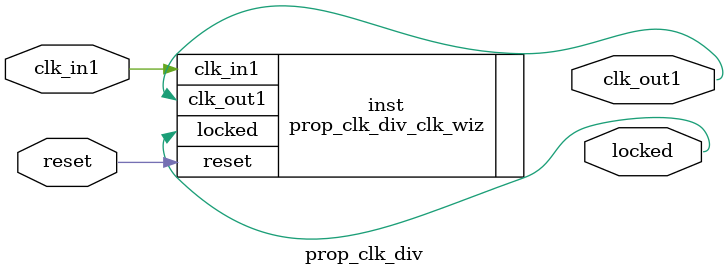
<source format=v>


`timescale 1ps/1ps

(* CORE_GENERATION_INFO = "prop_clk_div,clk_wiz_v6_0_2_0_0,{component_name=prop_clk_div,use_phase_alignment=true,use_min_o_jitter=false,use_max_i_jitter=false,use_dyn_phase_shift=false,use_inclk_switchover=false,use_dyn_reconfig=false,enable_axi=0,feedback_source=FDBK_AUTO,PRIMITIVE=MMCM,num_out_clk=1,clkin1_period=10.000,clkin2_period=10.000,use_power_down=false,use_reset=true,use_locked=true,use_inclk_stopped=false,feedback_type=SINGLE,CLOCK_MGR_TYPE=NA,manual_override=false}" *)

module prop_clk_div 
 (
  // Clock out ports
  output        clk_out1,
  // Status and control signals
  input         reset,
  output        locked,
 // Clock in ports
  input         clk_in1
 );

  prop_clk_div_clk_wiz inst
  (
  // Clock out ports  
  .clk_out1(clk_out1),
  // Status and control signals               
  .reset(reset), 
  .locked(locked),
 // Clock in ports
  .clk_in1(clk_in1)
  );

endmodule

</source>
